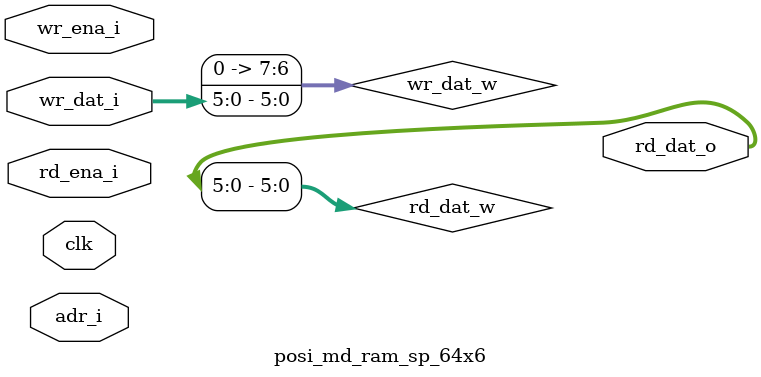
<source format=v>
`include "enc_defines.v"


module posi_md_ram_sp_64x6 (
  clk         ,
  adr_i       ,
  wr_ena_i    , // low active
  wr_dat_i    ,
  rd_ena_i    , // low active
  rd_dat_o
  );

//*** PARAMETER DECLARATION ****************************************************

  parameter    ADR_WD                = 6              ;
  parameter    ADR                   = 64             ;
  parameter    DAT_WD                = 6              ;


//*** INPUT/OUTPUT DECLARATION *************************************************

  input                              clk              ;
  input      [ADR_WD       -1 :0]    adr_i            ;
  input                              wr_ena_i         ;
  input      [DAT_WD       -1 :0]    wr_dat_i         ;
  input                              rd_ena_i         ;
  output     [DAT_WD       -1 :0]    rd_dat_o         ;


//*** WIRE & REG DECLARATION ***************************************************
  wire       [8            -1 :0]    wr_dat_w         ;
  wire       [8            -1 :0]    rd_dat_w         ;
  wire                               cen_w            ;

  assign rd_dat_o = rd_dat_w[DAT_WD-1 :0] ;
  assign wr_dat_w = {2'b0, wr_dat_i};
  assign cen_w    = wr_ena_i && rd_ena_i ;

`ifdef RTL_MODEL
    ram_1p #(
        .Word_Width(  8   ),
        .Addr_Width(  6   )
    ) u_ram_1p (
        .clk    ( clk               ),
        .cen_i  ( cen_w             ),
        .oen_i  ( 1'b0              ),
        .wen_i  ( wr_ena_i          ),
        .addr_i ( adr_i             ),
        .data_i ( wr_dat_w          ),      
        .data_o ( rd_dat_w          )           
    );
`endif

`ifdef XM_MODEL 
  rfsphd_64x8 u_rfsphd_64x8(
      .Q      ( rd_dat_w          ), // output data 
      .CLK    ( clk               ), // clk 
      .CEN    ( cen_w             ), // low active 
      .WEN    ( wr_ena_i          ), // low active 
      .A      ( adr_i             ), // address 
      .D      ( wr_dat_w          ), // input data 
      .EMA    ( 3'b1 ),  
      .EMAW   ( 2'b0 ),
      .RET1N  ( 1'b1 ) 
        );
`endif

endmodule 
</source>
